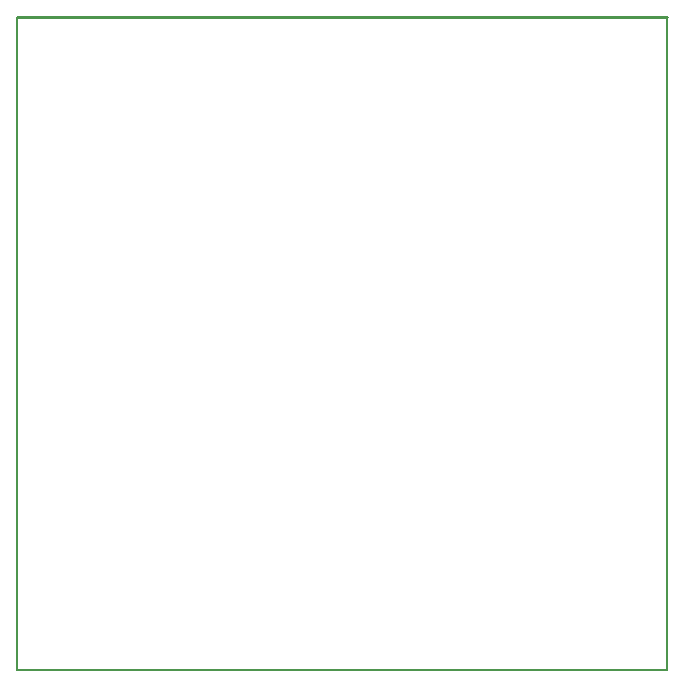
<source format=gbr>
G04 #@! TF.FileFunction,Profile,NP*
%FSLAX46Y46*%
G04 Gerber Fmt 4.6, Leading zero omitted, Abs format (unit mm)*
G04 Created by KiCad (PCBNEW 4.0.6) date 05/08/17 07:30:41*
%MOMM*%
%LPD*%
G01*
G04 APERTURE LIST*
%ADD10C,0.100000*%
%ADD11C,0.150000*%
G04 APERTURE END LIST*
D10*
D11*
X31778100Y-132328900D02*
X86778100Y-132328900D01*
X31778100Y-132328900D02*
X31778100Y-77328900D01*
X86778100Y-132328900D02*
X86778100Y-77328900D01*
X31762100Y-77182900D02*
X86762100Y-77182900D01*
X86764100Y-132096900D02*
X86764100Y-77096900D01*
X31764100Y-132096900D02*
X31764100Y-77096900D01*
X31880100Y-77059900D02*
X86880100Y-77059900D01*
X86771100Y-77059900D02*
X31771100Y-77059900D01*
X86771100Y-132059900D02*
X86771100Y-77059900D01*
X31771100Y-132059900D02*
X31771100Y-77059900D01*
M02*

</source>
